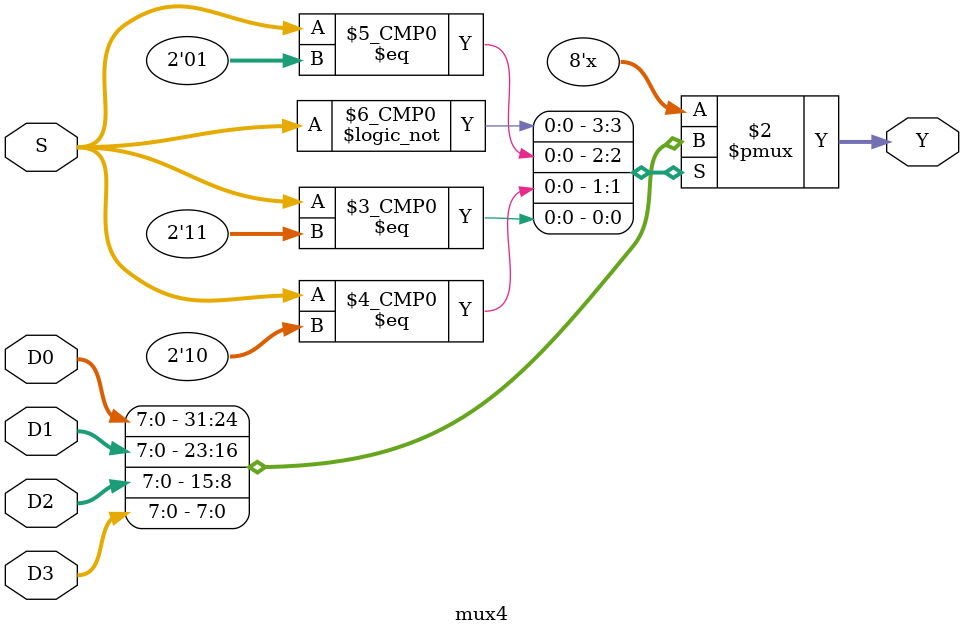
<source format=sv>
`timescale 1ns / 1ps

module mux4 # (parameter WIDTH = 8)
        (input logic [WIDTH-1:0] D0, D1, D2, D3,
         input logic [1:0] S,
         output logic [WIDTH-1:0] Y);
     always_comb
        case(S)
            2'b00: Y = D0;
            2'b01: Y = D1;
            2'b10: Y = D2;
            2'b11: Y = D3;
            default: Y = 0;
        endcase
endmodule
</source>
